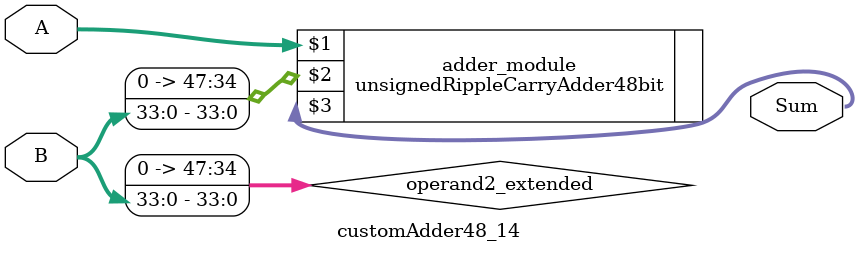
<source format=v>
module customAdder48_14(
                        input [47 : 0] A,
                        input [33 : 0] B,
                        
                        output [48 : 0] Sum
                );

        wire [47 : 0] operand2_extended;
        
        assign operand2_extended =  {14'b0, B};
        
        unsignedRippleCarryAdder48bit adder_module(
            A,
            operand2_extended,
            Sum
        );
        
        endmodule
        
</source>
